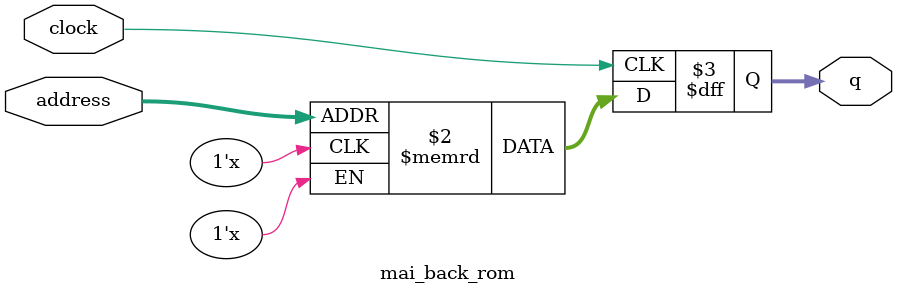
<source format=sv>
module mai_back_rom (
	input logic clock,
	input logic [15:0] address,
	output logic [3:0] q
);

logic [3:0] memory [0:35839] /* synthesis ram_init_file = "./mai_back/mai_back.COE" */;

always_ff @ (posedge clock) begin
	q <= memory[address];
end

endmodule

</source>
